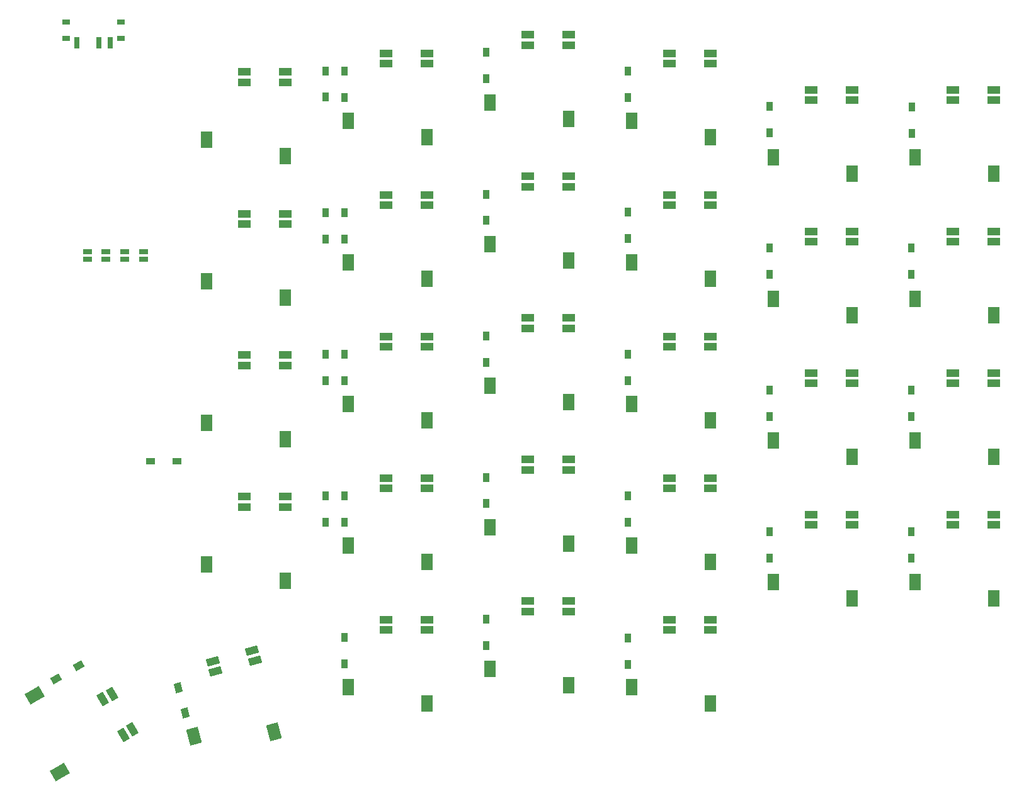
<source format=gbp>
G04 #@! TF.GenerationSoftware,KiCad,Pcbnew,8.0.6*
G04 #@! TF.CreationDate,2025-05-27T16:28:13+10:00*
G04 #@! TF.ProjectId,JofleKeyboard,4a6f666c-654b-4657-9962-6f6172642e6b,rev?*
G04 #@! TF.SameCoordinates,Original*
G04 #@! TF.FileFunction,Paste,Bot*
G04 #@! TF.FilePolarity,Positive*
%FSLAX46Y46*%
G04 Gerber Fmt 4.6, Leading zero omitted, Abs format (unit mm)*
G04 Created by KiCad (PCBNEW 8.0.6) date 2025-05-27 16:28:13*
%MOMM*%
%LPD*%
G01*
G04 APERTURE LIST*
G04 Aperture macros list*
%AMRotRect*
0 Rectangle, with rotation*
0 The origin of the aperture is its center*
0 $1 length*
0 $2 width*
0 $3 Rotation angle, in degrees counterclockwise*
0 Add horizontal line*
21,1,$1,$2,0,0,$3*%
G04 Aperture macros list end*
%ADD10R,0.950000X1.300000*%
%ADD11R,1.300000X0.950000*%
%ADD12RotRect,1.300000X0.950000X210.000000*%
%ADD13R,1.700000X1.000000*%
%ADD14R,1.600000X2.200000*%
%ADD15RotRect,1.700000X1.000000X120.000000*%
%ADD16RotRect,1.600000X2.200000X120.000000*%
%ADD17RotRect,1.700000X1.000000X195.000000*%
%ADD18RotRect,1.600000X2.200000X195.000000*%
%ADD19RotRect,1.300000X0.950000X285.000000*%
%ADD20R,1.143000X0.635000*%
%ADD21R,1.000000X0.800000*%
%ADD22R,0.700000X1.500000*%
G04 APERTURE END LIST*
D10*
X128705000Y-44452000D03*
X128705000Y-48002000D03*
X131245000Y-44455000D03*
X131245000Y-48005000D03*
X150345000Y-41955000D03*
X150345000Y-45505000D03*
X169345000Y-44455000D03*
X169345000Y-48005000D03*
X188445000Y-49225000D03*
X188445000Y-52775000D03*
X207545000Y-49355000D03*
X207545000Y-52905000D03*
X128705000Y-82555000D03*
X128705000Y-86105000D03*
X128705000Y-101655000D03*
X128705000Y-105205000D03*
D11*
X105225000Y-97000000D03*
X108775000Y-97000000D03*
D12*
X95544195Y-124463500D03*
X92469805Y-126238500D03*
D13*
X117800000Y-44601000D03*
X117800000Y-46001000D03*
X123300000Y-46001000D03*
X123300000Y-44601000D03*
D14*
X123350000Y-55900000D03*
X112750000Y-53700000D03*
D13*
X155900000Y-39601000D03*
X155900000Y-41001000D03*
X161400000Y-41001000D03*
X161400000Y-39601000D03*
D14*
X161450000Y-50900000D03*
X150850000Y-48700000D03*
D13*
X117800000Y-82701000D03*
X117800000Y-84101000D03*
X123300000Y-84101000D03*
X123300000Y-82701000D03*
D14*
X123350000Y-94000000D03*
X112750000Y-91800000D03*
D13*
X136850000Y-80201000D03*
X136850000Y-81601000D03*
X142350000Y-81601000D03*
X142350000Y-80201000D03*
D14*
X142400000Y-91500000D03*
X131800000Y-89300000D03*
D13*
X117800000Y-101751000D03*
X117800000Y-103151000D03*
X123300000Y-103151000D03*
X123300000Y-101751000D03*
D14*
X123350000Y-113050000D03*
X112750000Y-110850000D03*
D13*
X155900000Y-96751000D03*
X155900000Y-98151000D03*
X161400000Y-98151000D03*
X161400000Y-96751000D03*
D14*
X161450000Y-108050000D03*
X150850000Y-105850000D03*
D13*
X194000000Y-104151000D03*
X194000000Y-105551000D03*
X199500000Y-105551000D03*
X199500000Y-104151000D03*
D14*
X199550000Y-115450000D03*
X188950000Y-113250000D03*
D15*
X100010671Y-128318930D03*
X98798236Y-129018930D03*
X101548236Y-133782070D03*
X102760671Y-133082070D03*
D16*
X93000450Y-138774871D03*
X89605706Y-128495002D03*
D17*
X113546340Y-123896719D03*
X113908687Y-125249015D03*
X119221279Y-123825510D03*
X118858932Y-122473214D03*
D18*
X121831625Y-133374269D03*
X111023409Y-133992714D03*
D13*
X213050000Y-66051000D03*
X213050000Y-67451000D03*
X218550000Y-67451000D03*
X218550000Y-66051000D03*
D14*
X218600000Y-77350000D03*
X208000000Y-75150000D03*
D13*
X213050000Y-85101000D03*
X213050000Y-86501000D03*
X218550000Y-86501000D03*
X218550000Y-85101000D03*
D14*
X218600000Y-96400000D03*
X208000000Y-94200000D03*
D13*
X213050000Y-104151000D03*
X213050000Y-105551000D03*
X218550000Y-105551000D03*
X218550000Y-104151000D03*
D14*
X218600000Y-115450000D03*
X208000000Y-113250000D03*
D13*
X174950000Y-42101000D03*
X174950000Y-43501000D03*
X180450000Y-43501000D03*
X180450000Y-42101000D03*
D14*
X180500000Y-53400000D03*
X169900000Y-51200000D03*
D10*
X128705000Y-63555000D03*
X128705000Y-67105000D03*
X131245000Y-63555000D03*
X131245000Y-67105000D03*
X150345000Y-61045000D03*
X150345000Y-64595000D03*
X169345000Y-63455000D03*
X169345000Y-67005000D03*
X188445000Y-68255000D03*
X188445000Y-71805000D03*
X207445000Y-68255000D03*
X207445000Y-71805000D03*
D13*
X194000000Y-47001000D03*
X194000000Y-48401000D03*
X199500000Y-48401000D03*
X199500000Y-47001000D03*
D14*
X199550000Y-58300000D03*
X188950000Y-56100000D03*
D13*
X136850000Y-61151000D03*
X136850000Y-62551000D03*
X142350000Y-62551000D03*
X142350000Y-61151000D03*
D14*
X142400000Y-72450000D03*
X131800000Y-70250000D03*
D13*
X174950000Y-61151000D03*
X174950000Y-62551000D03*
X180450000Y-62551000D03*
X180450000Y-61151000D03*
D14*
X180500000Y-72450000D03*
X169900000Y-70250000D03*
D13*
X155900000Y-58651000D03*
X155900000Y-60051000D03*
X161400000Y-60051000D03*
X161400000Y-58651000D03*
D14*
X161450000Y-69950000D03*
X150850000Y-67750000D03*
D13*
X174950000Y-80201000D03*
X174950000Y-81601000D03*
X180450000Y-81601000D03*
X180450000Y-80201000D03*
D14*
X180500000Y-91500000D03*
X169900000Y-89300000D03*
D13*
X213050000Y-47001000D03*
X213050000Y-48401000D03*
X218550000Y-48401000D03*
X218550000Y-47001000D03*
D14*
X218600000Y-58300000D03*
X208000000Y-56100000D03*
D13*
X117800000Y-63701000D03*
X117800000Y-65101000D03*
X123300000Y-65101000D03*
X123300000Y-63701000D03*
D14*
X123350000Y-75000000D03*
X112750000Y-72800000D03*
D13*
X174950000Y-118301000D03*
X174950000Y-119701000D03*
X180450000Y-119701000D03*
X180450000Y-118301000D03*
D14*
X180500000Y-129600000D03*
X169900000Y-127400000D03*
D13*
X194000000Y-66051000D03*
X194000000Y-67451000D03*
X199500000Y-67451000D03*
X199500000Y-66051000D03*
D14*
X199550000Y-77350000D03*
X188950000Y-75150000D03*
D13*
X174950000Y-99251000D03*
X174950000Y-100651000D03*
X180450000Y-100651000D03*
X180450000Y-99251000D03*
D14*
X180500000Y-110550000D03*
X169900000Y-108350000D03*
D13*
X194000000Y-85101000D03*
X194000000Y-86501000D03*
X199500000Y-86501000D03*
X199500000Y-85101000D03*
D14*
X199550000Y-96400000D03*
X188950000Y-94200000D03*
D13*
X155900000Y-115801000D03*
X155900000Y-117201000D03*
X161400000Y-117201000D03*
X161400000Y-115801000D03*
D14*
X161450000Y-127100000D03*
X150850000Y-124900000D03*
D13*
X155900000Y-77701000D03*
X155900000Y-79101000D03*
X161400000Y-79101000D03*
X161400000Y-77701000D03*
D14*
X161450000Y-89000000D03*
X150850000Y-86800000D03*
D13*
X136850000Y-42101000D03*
X136850000Y-43501000D03*
X142350000Y-43501000D03*
X142350000Y-42101000D03*
D14*
X142400000Y-53400000D03*
X131800000Y-51200000D03*
D19*
X108914596Y-127446482D03*
X109833404Y-130875518D03*
D13*
X136850000Y-99251000D03*
X136850000Y-100651000D03*
X142350000Y-100651000D03*
X142350000Y-99251000D03*
D14*
X142400000Y-110550000D03*
X131800000Y-108350000D03*
D10*
X150345000Y-80145000D03*
X150345000Y-83695000D03*
X169345000Y-82555000D03*
X169345000Y-86105000D03*
X188445000Y-87455000D03*
X188445000Y-91005000D03*
X207445000Y-87455000D03*
X207445000Y-91005000D03*
X131245000Y-120655000D03*
X131245000Y-124205000D03*
X150345000Y-118245000D03*
X150345000Y-121795000D03*
X207495000Y-106455000D03*
X207495000Y-110005000D03*
X131245000Y-101655000D03*
X131245000Y-105205000D03*
X150345000Y-99145000D03*
X150345000Y-102695000D03*
X169345000Y-101655000D03*
X169345000Y-105205000D03*
X188445000Y-106455000D03*
X188445000Y-110005000D03*
X131245000Y-82555000D03*
X131245000Y-86105000D03*
X169345000Y-120755000D03*
X169345000Y-124305000D03*
D13*
X136850000Y-118301000D03*
X136850000Y-119701000D03*
X142350000Y-119701000D03*
X142350000Y-118301000D03*
D14*
X142400000Y-129600000D03*
X131800000Y-127400000D03*
D20*
X101700000Y-69800380D03*
X101700000Y-68799620D03*
X99200000Y-69800380D03*
X99200000Y-68799620D03*
X96700000Y-69800380D03*
X96700000Y-68799620D03*
X104300000Y-69800380D03*
X104300000Y-68799620D03*
D21*
X93889120Y-37847640D03*
X93889120Y-40057640D03*
X101189120Y-37847640D03*
X101189120Y-40057640D03*
D22*
X99789120Y-40707640D03*
X98289120Y-40707640D03*
X95289120Y-40707640D03*
M02*

</source>
